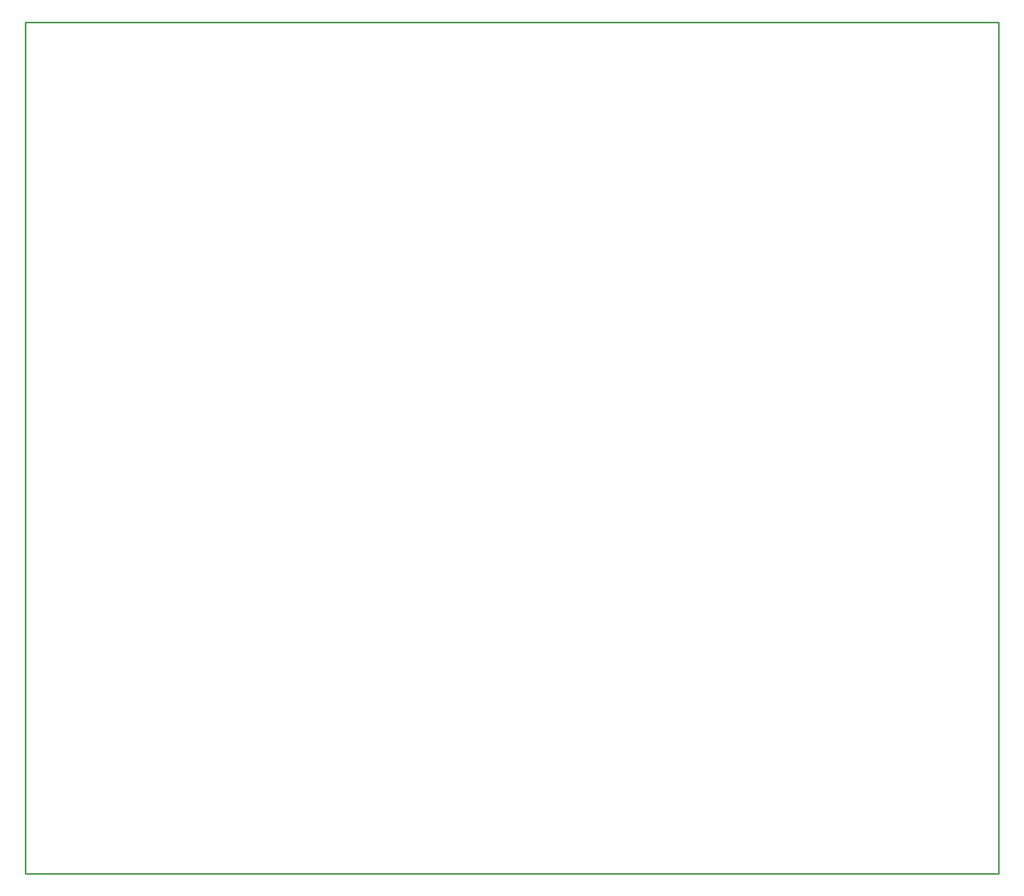
<source format=gbr>
G04 EAGLE Gerber RS-274X export*
G75*
%MOMM*%
%FSLAX34Y34*%
%LPD*%
%IN*%
%IPPOS*%
%AMOC8*
5,1,8,0,0,1.08239X$1,22.5*%
G01*
G04 Define Apertures*
%ADD10C,0.254000*%
D10*
X0Y0D02*
X1625400Y0D01*
X1625400Y1422275D01*
X0Y1422275D01*
X0Y0D01*
M02*

</source>
